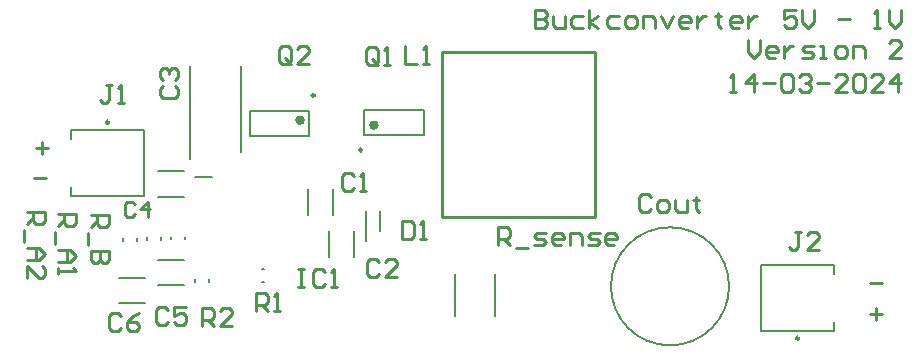
<source format=gto>
G04*
G04 #@! TF.GenerationSoftware,Altium Limited,Altium Designer,24.0.1 (36)*
G04*
G04 Layer_Color=65535*
%FSLAX44Y44*%
%MOMM*%
G71*
G04*
G04 #@! TF.SameCoordinates,861917B8-4398-4D05-8FE2-F05A855006CB*
G04*
G04*
G04 #@! TF.FilePolarity,Positive*
G04*
G01*
G75*
%ADD10C,0.4000*%
%ADD11C,0.2500*%
%ADD12C,0.2000*%
%ADD13C,0.2540*%
%ADD14C,0.1270*%
D10*
X843520Y642660D02*
G03*
X843520Y642660I-2000J0D01*
G01*
X780932Y646930D02*
G03*
X780932Y646930I-2000J0D01*
G01*
D11*
X831620Y621760D02*
G03*
X831620Y621760I-1250J0D01*
G01*
X791332Y667830D02*
G03*
X791332Y667830I-1250J0D01*
G01*
X1201400Y462370D02*
G03*
X1201400Y462370I-1250J0D01*
G01*
X617200Y645070D02*
G03*
X617200Y645070I-1250J0D01*
G01*
D12*
X1142200Y506330D02*
G03*
X1142200Y506330I-50000J0D01*
G01*
X883520Y634660D02*
Y655660D01*
X833520Y634660D02*
Y655660D01*
X883520D01*
X833520Y634660D02*
X883520D01*
X629250Y545100D02*
Y547100D01*
X640750Y545100D02*
Y547100D01*
X658410Y507410D02*
X680410D01*
X658410Y528910D02*
X680410D01*
X669890Y546370D02*
Y548370D01*
X681390Y546370D02*
Y548370D01*
X689940Y598880D02*
X704440D01*
X661070Y545730D02*
Y547730D01*
X649570Y545730D02*
Y547730D01*
X625270Y513670D02*
X647270D01*
X625270Y492170D02*
X647270D01*
X690028Y510170D02*
Y512170D01*
X701528Y510170D02*
Y512170D01*
X746400Y509870D02*
X748400D01*
X746400Y521370D02*
X748400D01*
X736933Y654930D02*
X786933D01*
X736933Y633930D02*
X786933D01*
Y654930D01*
X736933Y633930D02*
Y654930D01*
X685890Y613840D02*
Y693090D01*
X728890Y620090D02*
Y693090D01*
X824820Y531410D02*
Y553410D01*
X803320Y531410D02*
Y553410D01*
X1169150Y468870D02*
X1231150D01*
X1169150D02*
Y524270D01*
X1231150D01*
Y468870D02*
Y476190D01*
Y516950D02*
Y524270D01*
X584950Y583170D02*
Y590490D01*
Y631250D02*
Y638570D01*
Y583170D02*
X646950D01*
Y638570D01*
X584950D02*
X646950D01*
X658290Y582340D02*
X680290D01*
X658290Y603840D02*
X680290D01*
X785540Y566730D02*
Y588730D01*
X807040Y566730D02*
Y588730D01*
X834490Y544660D02*
Y569910D01*
X846990Y552910D02*
Y569910D01*
D13*
X898870Y564850D02*
X1028870D01*
X898870Y704850D02*
X1028870D01*
X898870Y564850D02*
Y704850D01*
X1028870Y564850D02*
Y704850D01*
X1261110Y509270D02*
X1271267D01*
X1261110Y482598D02*
X1271267D01*
X1266188Y487677D02*
Y477520D01*
X553720Y598170D02*
X563877D01*
X554990Y623568D02*
X565147D01*
X560068Y628647D02*
Y618490D01*
X619760Y676908D02*
X614682D01*
X617221D01*
Y664212D01*
X614682Y661673D01*
X612142D01*
X609603Y664212D01*
X624838Y661673D02*
X629917D01*
X627378D01*
Y676908D01*
X624838Y674368D01*
X867413Y709928D02*
Y694693D01*
X877570D01*
X882648D02*
X887727D01*
X885188D01*
Y709928D01*
X882648Y707388D01*
X844550Y695962D02*
Y706118D01*
X842011Y708658D01*
X836933D01*
X834393Y706118D01*
Y695962D01*
X836933Y693422D01*
X842011D01*
X839472Y698501D02*
X844550Y693422D01*
X842011D02*
X844550Y695962D01*
X849628Y693422D02*
X854707D01*
X852168D01*
Y708658D01*
X849628Y706118D01*
X547372Y568951D02*
X562607D01*
Y561333D01*
X560068Y558794D01*
X554990D01*
X552450Y561333D01*
Y568951D01*
Y563873D02*
X547372Y558794D01*
X544833Y553716D02*
Y543559D01*
X547372Y538481D02*
X557529D01*
X562607Y533402D01*
X557529Y528324D01*
X547372D01*
X554990D01*
Y538481D01*
X547372Y513089D02*
Y523246D01*
X557529Y513089D01*
X560068D01*
X562607Y515628D01*
Y520707D01*
X560068Y523246D01*
X666751Y486408D02*
X664212Y488947D01*
X659133D01*
X656594Y486408D01*
Y476252D01*
X659133Y473713D01*
X664212D01*
X666751Y476252D01*
X681986Y488947D02*
X671829D01*
Y481330D01*
X676908Y483869D01*
X679447D01*
X681986Y481330D01*
Y476252D01*
X679447Y473713D01*
X674368D01*
X671829Y476252D01*
X601982Y566413D02*
X617217D01*
Y558796D01*
X614678Y556257D01*
X609600D01*
X607060Y558796D01*
Y566413D01*
Y561335D02*
X601982Y556257D01*
X599443Y551178D02*
Y541022D01*
X617217Y535943D02*
X601982D01*
Y528326D01*
X604521Y525787D01*
X607060D01*
X609600Y528326D01*
Y535943D01*
Y528326D01*
X612139Y525787D01*
X614678D01*
X617217Y528326D01*
Y535943D01*
X777245Y520698D02*
X782324D01*
X779784D01*
Y505462D01*
X777245D01*
X782324D01*
X800098Y518158D02*
X797559Y520698D01*
X792480D01*
X789941Y518158D01*
Y508002D01*
X792480Y505462D01*
X797559D01*
X800098Y508002D01*
X805176Y505462D02*
X810255D01*
X807716D01*
Y520698D01*
X805176Y518158D01*
X574042Y567682D02*
X589277D01*
Y560064D01*
X586738Y557525D01*
X581660D01*
X579120Y560064D01*
Y567682D01*
Y562603D02*
X574042Y557525D01*
X571503Y552447D02*
Y542290D01*
X574042Y537212D02*
X584199D01*
X589277Y532133D01*
X584199Y527055D01*
X574042D01*
X581660D01*
Y537212D01*
X574042Y521977D02*
Y516898D01*
Y519437D01*
X589277D01*
X586738Y521977D01*
X627381Y481328D02*
X624842Y483867D01*
X619763D01*
X617224Y481328D01*
Y471172D01*
X619763Y468633D01*
X624842D01*
X627381Y471172D01*
X642616Y483867D02*
X637537Y481328D01*
X632459Y476250D01*
Y471172D01*
X634998Y468633D01*
X640077D01*
X642616Y471172D01*
Y473711D01*
X640077Y476250D01*
X632459D01*
X695964Y472443D02*
Y487677D01*
X703582D01*
X706121Y485138D01*
Y480060D01*
X703582Y477521D01*
X695964D01*
X701042D02*
X706121Y472443D01*
X721356D02*
X711199D01*
X721356Y482599D01*
Y485138D01*
X718817Y487677D01*
X713738D01*
X711199Y485138D01*
X741683Y485143D02*
Y500378D01*
X749301D01*
X751840Y497838D01*
Y492760D01*
X749301Y490221D01*
X741683D01*
X746762D02*
X751840Y485143D01*
X756918D02*
X761997D01*
X759458D01*
Y500378D01*
X756918Y497838D01*
X1143000Y670560D02*
X1148078D01*
X1145539D01*
Y685795D01*
X1143000Y683256D01*
X1163313Y670560D02*
Y685795D01*
X1155696Y678177D01*
X1165853D01*
X1170931D02*
X1181088D01*
X1186166Y683256D02*
X1188705Y685795D01*
X1193784D01*
X1196323Y683256D01*
Y673099D01*
X1193784Y670560D01*
X1188705D01*
X1186166Y673099D01*
Y683256D01*
X1201401D02*
X1203940Y685795D01*
X1209019D01*
X1211558Y683256D01*
Y680717D01*
X1209019Y678177D01*
X1206479D01*
X1209019D01*
X1211558Y675638D01*
Y673099D01*
X1209019Y670560D01*
X1203940D01*
X1201401Y673099D01*
X1216636Y678177D02*
X1226793D01*
X1242028Y670560D02*
X1231871D01*
X1242028Y680717D01*
Y683256D01*
X1239489Y685795D01*
X1234410D01*
X1231871Y683256D01*
X1247106D02*
X1249645Y685795D01*
X1254724D01*
X1257263Y683256D01*
Y673099D01*
X1254724Y670560D01*
X1249645D01*
X1247106Y673099D01*
Y683256D01*
X1272498Y670560D02*
X1262341D01*
X1272498Y680717D01*
Y683256D01*
X1269959Y685795D01*
X1264881D01*
X1262341Y683256D01*
X1285194Y670560D02*
Y685795D01*
X1277577Y678177D01*
X1287733D01*
X1158240Y715005D02*
Y704848D01*
X1163318Y699770D01*
X1168397Y704848D01*
Y715005D01*
X1181093Y699770D02*
X1176014D01*
X1173475Y702309D01*
Y707387D01*
X1176014Y709927D01*
X1181093D01*
X1183632Y707387D01*
Y704848D01*
X1173475D01*
X1188710Y709927D02*
Y699770D01*
Y704848D01*
X1191249Y707387D01*
X1193789Y709927D01*
X1196328D01*
X1203945Y699770D02*
X1211563D01*
X1214102Y702309D01*
X1211563Y704848D01*
X1206484D01*
X1203945Y707387D01*
X1206484Y709927D01*
X1214102D01*
X1219180Y699770D02*
X1224259D01*
X1221720D01*
Y709927D01*
X1219180D01*
X1234415Y699770D02*
X1239494D01*
X1242033Y702309D01*
Y707387D01*
X1239494Y709927D01*
X1234415D01*
X1231876Y707387D01*
Y702309D01*
X1234415Y699770D01*
X1247111D02*
Y709927D01*
X1254729D01*
X1257268Y707387D01*
Y699770D01*
X1287738D02*
X1277581D01*
X1287738Y709927D01*
Y712466D01*
X1285199Y715005D01*
X1280121D01*
X1277581Y712466D01*
X977900Y740405D02*
Y725170D01*
X985518D01*
X988057Y727709D01*
Y730248D01*
X985518Y732787D01*
X977900D01*
X985518D01*
X988057Y735327D01*
Y737866D01*
X985518Y740405D01*
X977900D01*
X993135Y735327D02*
Y727709D01*
X995674Y725170D01*
X1003292D01*
Y735327D01*
X1018527D02*
X1010909D01*
X1008370Y732787D01*
Y727709D01*
X1010909Y725170D01*
X1018527D01*
X1023605D02*
Y740405D01*
Y730248D02*
X1031223Y735327D01*
X1023605Y730248D02*
X1031223Y725170D01*
X1048997Y735327D02*
X1041379D01*
X1038840Y732787D01*
Y727709D01*
X1041379Y725170D01*
X1048997D01*
X1056615D02*
X1061693D01*
X1064232Y727709D01*
Y732787D01*
X1061693Y735327D01*
X1056615D01*
X1054075Y732787D01*
Y727709D01*
X1056615Y725170D01*
X1069310D02*
Y735327D01*
X1076928D01*
X1079467Y732787D01*
Y725170D01*
X1084546Y735327D02*
X1089624Y725170D01*
X1094702Y735327D01*
X1107398Y725170D02*
X1102320D01*
X1099781Y727709D01*
Y732787D01*
X1102320Y735327D01*
X1107398D01*
X1109937Y732787D01*
Y730248D01*
X1099781D01*
X1115016Y735327D02*
Y725170D01*
Y730248D01*
X1117555Y732787D01*
X1120094Y735327D01*
X1122633D01*
X1132790Y737866D02*
Y735327D01*
X1130251D01*
X1135329D01*
X1132790D01*
Y727709D01*
X1135329Y725170D01*
X1150564D02*
X1145486D01*
X1142947Y727709D01*
Y732787D01*
X1145486Y735327D01*
X1150564D01*
X1153103Y732787D01*
Y730248D01*
X1142947D01*
X1158182Y735327D02*
Y725170D01*
Y730248D01*
X1160721Y732787D01*
X1163260Y735327D01*
X1165799D01*
X1198809Y740405D02*
X1188652D01*
Y732787D01*
X1193730Y735327D01*
X1196269D01*
X1198809Y732787D01*
Y727709D01*
X1196269Y725170D01*
X1191191D01*
X1188652Y727709D01*
X1203887Y740405D02*
Y730248D01*
X1208965Y725170D01*
X1214044Y730248D01*
Y740405D01*
X1234357Y732787D02*
X1244514D01*
X1264827Y725170D02*
X1269905D01*
X1267366D01*
Y740405D01*
X1264827Y737866D01*
X1277523Y740405D02*
Y730248D01*
X1282601Y725170D01*
X1287680Y730248D01*
Y740405D01*
X1075695Y582128D02*
X1073156Y584668D01*
X1068077D01*
X1065538Y582128D01*
Y571972D01*
X1068077Y569432D01*
X1073156D01*
X1075695Y571972D01*
X1083313Y569432D02*
X1088391D01*
X1090930Y571972D01*
Y577050D01*
X1088391Y579589D01*
X1083313D01*
X1080773Y577050D01*
Y571972D01*
X1083313Y569432D01*
X1096008Y579589D02*
Y571972D01*
X1098548Y569432D01*
X1106165D01*
Y579589D01*
X1113783Y582128D02*
Y579589D01*
X1111243D01*
X1116322D01*
X1113783D01*
Y571972D01*
X1116322Y569432D01*
X662942Y675641D02*
X660403Y673102D01*
Y668023D01*
X662942Y665484D01*
X673098D01*
X675638Y668023D01*
Y673102D01*
X673098Y675641D01*
X662942Y680719D02*
X660403Y683258D01*
Y688337D01*
X662942Y690876D01*
X665481D01*
X668020Y688337D01*
Y685798D01*
Y688337D01*
X670559Y690876D01*
X673098D01*
X675638Y688337D01*
Y683258D01*
X673098Y680719D01*
X845821Y527048D02*
X843282Y529588D01*
X838203D01*
X835664Y527048D01*
Y516892D01*
X838203Y514352D01*
X843282D01*
X845821Y516892D01*
X861056Y514352D02*
X850899D01*
X861056Y524509D01*
Y527048D01*
X858517Y529588D01*
X853438D01*
X850899Y527048D01*
X639184Y575832D02*
X637018Y577998D01*
X632686D01*
X630520Y575832D01*
Y567168D01*
X632686Y565002D01*
X637018D01*
X639184Y567168D01*
X650014Y565002D02*
Y577998D01*
X643516Y571500D01*
X652180D01*
X824230Y599438D02*
X821691Y601978D01*
X816612D01*
X814073Y599438D01*
Y589282D01*
X816612Y586743D01*
X821691D01*
X824230Y589282D01*
X829308Y586743D02*
X834387D01*
X831848D01*
Y601978D01*
X829308Y599438D01*
X770891Y697232D02*
Y707388D01*
X768352Y709928D01*
X763273D01*
X760734Y707388D01*
Y697232D01*
X763273Y694693D01*
X768352D01*
X765813Y699771D02*
X770891Y694693D01*
X768352D02*
X770891Y697232D01*
X786126Y694693D02*
X775969D01*
X786126Y704849D01*
Y707388D01*
X783587Y709928D01*
X778508D01*
X775969Y707388D01*
X946166Y541022D02*
Y556257D01*
X953784D01*
X956323Y553718D01*
Y548640D01*
X953784Y546100D01*
X946166D01*
X951245D02*
X956323Y541022D01*
X961402Y538483D02*
X971558D01*
X976637Y541022D02*
X984254D01*
X986793Y543561D01*
X984254Y546100D01*
X979176D01*
X976637Y548640D01*
X979176Y551179D01*
X986793D01*
X999489Y541022D02*
X994411D01*
X991872Y543561D01*
Y548640D01*
X994411Y551179D01*
X999489D01*
X1002028Y548640D01*
Y546100D01*
X991872D01*
X1007107Y541022D02*
Y551179D01*
X1014724D01*
X1017263Y548640D01*
Y541022D01*
X1022342D02*
X1029959D01*
X1032498Y543561D01*
X1029959Y546100D01*
X1024881D01*
X1022342Y548640D01*
X1024881Y551179D01*
X1032498D01*
X1045194Y541022D02*
X1040116D01*
X1037577Y543561D01*
Y548640D01*
X1040116Y551179D01*
X1045194D01*
X1047734Y548640D01*
Y546100D01*
X1037577D01*
X1202691Y552448D02*
X1197613D01*
X1200152D01*
Y539752D01*
X1197613Y537212D01*
X1195073D01*
X1192534Y539752D01*
X1217926Y537212D02*
X1207769D01*
X1217926Y547369D01*
Y549908D01*
X1215387Y552448D01*
X1210308D01*
X1207769Y549908D01*
X864873Y561338D02*
Y546102D01*
X872491D01*
X875030Y548642D01*
Y558798D01*
X872491Y561338D01*
X864873D01*
X880108Y546102D02*
X885187D01*
X882648D01*
Y561338D01*
X880108Y558798D01*
D14*
X944100Y481110D02*
Y517110D01*
X910100Y481110D02*
Y517110D01*
M02*

</source>
